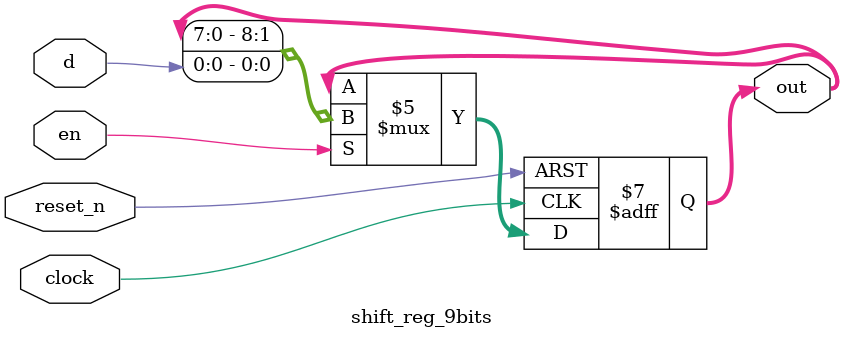
<source format=v>
module mux_4_to_1(
  output mux_out,
  input [1:0] sel,
  input [3:0] mux_in
);

  assign mux_out = mux_in[sel];

endmodule

module mux_8_to_1(
  output mux_out,
  input [2:0] sel,
  input [7:0] mux_in
);

  assign mux_out = mux_in[sel];

endmodule

module demux_1_to_2_pol(
  input  mux_in,
  input  pol,
  input  sel,
  output [1:0] mux_out
);

  assign mux_out[0] = (mux_in & ~sel) ^ pol;
  assign mux_out[1] = (mux_in &  sel) ^ pol;

endmodule

module demux_1_to_4_pol(
  input  mux_in,
  input  pol,
  input  [1:0] sel,
  output [3:0] mux_out
);

  assign mux_out[0] = (mux_in &  ~sel[1] &~sel[0]) ^ pol;
  assign mux_out[1] = (mux_in &  ~sel[1] & sel[0]) ^ pol;
  assign mux_out[2] = (mux_in &   sel[1] &~sel[0]) ^ pol;
  assign mux_out[3] = (mux_in &   sel[1] & sel[0]) ^ pol;

endmodule

module demux_1_to_8_pol(
  input  mux_in,
  input  pol,
  input  [2:0] sel,
  output [7:0] mux_out
);

  assign mux_out[0] = (mux_in & ~sel[2] & ~sel[1] &~sel[0]) ^ pol;
  assign mux_out[1] = (mux_in & ~sel[2] & ~sel[1] & sel[0]) ^ pol;
  assign mux_out[2] = (mux_in & ~sel[2] &  sel[1] &~sel[0]) ^ pol;
  assign mux_out[3] = (mux_in & ~sel[2] &  sel[1] & sel[0]) ^ pol;
  assign mux_out[4] = (mux_in &  sel[2] & ~sel[1] &~sel[0]) ^ pol;
  assign mux_out[5] = (mux_in &  sel[2] & ~sel[1] & sel[0]) ^ pol;
  assign mux_out[6] = (mux_in &  sel[2] &  sel[1] &~sel[0]) ^ pol;
  assign mux_out[7] = (mux_in &  sel[2] &  sel[1] & sel[0]) ^ pol;

endmodule

module dff(
  input clk,
  input rst_n,
  input D,
  output reg Q
);
 
always @ (posedge(clk), negedge(rst_n))
  begin
    if (rst_n == 0)
      Q <= 1'b0;
    else
      Q <= D;
  end
 
endmodule

module clock_divider_by_2(
  input clk_in,
  input rst_n,
  output clk_out
);

  wire Q_int;

  dff ff0(.clk(clk_in),  .rst_n(rst_n),.D(~Q_int),.Q(Q_int));

  assign clk_out = Q_int;

endmodule

module clock_divider(
    input clk_in,
    input rst_n,
    input [2:0] div,
    output clk_out
  );

  wire [7:0] Q_int;

  dff ff0(.clk(clk_in),  .rst_n(rst_n),.D(~Q_int[0]),.Q(Q_int[0]));
  dff ff1(.clk(Q_int[0]),.rst_n(rst_n),.D(~Q_int[1]),.Q(Q_int[1]));
  dff ff2(.clk(Q_int[1]),.rst_n(rst_n),.D(~Q_int[2]),.Q(Q_int[2]));
  dff ff3(.clk(Q_int[2]),.rst_n(rst_n),.D(~Q_int[3]),.Q(Q_int[3]));
  dff ff4(.clk(Q_int[3]),.rst_n(rst_n),.D(~Q_int[4]),.Q(Q_int[4]));
  dff ff5(.clk(Q_int[4]),.rst_n(rst_n),.D(~Q_int[5]),.Q(Q_int[5]));
  dff ff6(.clk(Q_int[5]),.rst_n(rst_n),.D(~Q_int[6]),.Q(Q_int[6]));
  dff ff7(.clk(Q_int[6]),.rst_n(rst_n),.D(~Q_int[7]),.Q(Q_int[7]));

  mux_8_to_1 s0(
    .mux_out(clk_out),
    .sel(div),
    .mux_in(Q_int)
  );

endmodule

// ----------------------------------------------------------------
module  mux_2x1_1bit(
   input  in0,  // Mux first input
   input  in1,  // Mux Second input
   input  sel,    // Select input
   output wire mux_out // Mux output
);

  assign mux_out = (sel) ? in1 : in0;
endmodule 

// ----------------------------------------------------------------
module register_32bits (
    input clock, 
    input reset_n, 
    input [31:0] data_in,
    output reg [31:0] data_out
  ); 
 
  always @(posedge(clock) or negedge(reset_n)) 
    begin 
      if (reset_n == 1'b0) 
        data_out <= 32'h00000000; 
      else 
        data_out <= data_in; 
    end 
endmodule 

// ----------------------------------------------------------------

module shift_reg_9bits (  
  input clock,           // input for clock to all flops in the shift register
  input reset_n,         // input to reset the register to a default value
  input en,              // input for enable to switch the shift register on/off
  input d,               // input for data to the first flop in the shift register
  output reg [8:0] out  // output to read out the current value of all register bits
);
 
  always @ (posedge (clock) or negedge(reset_n))
    begin
      if(reset_n == 1'b0)
        out = 9'b000000000;
      else 
        begin
          if(en == 1'b1)
            out = {out[7:0], d};
          else
            out = out;
        end
    end

endmodule


</source>
